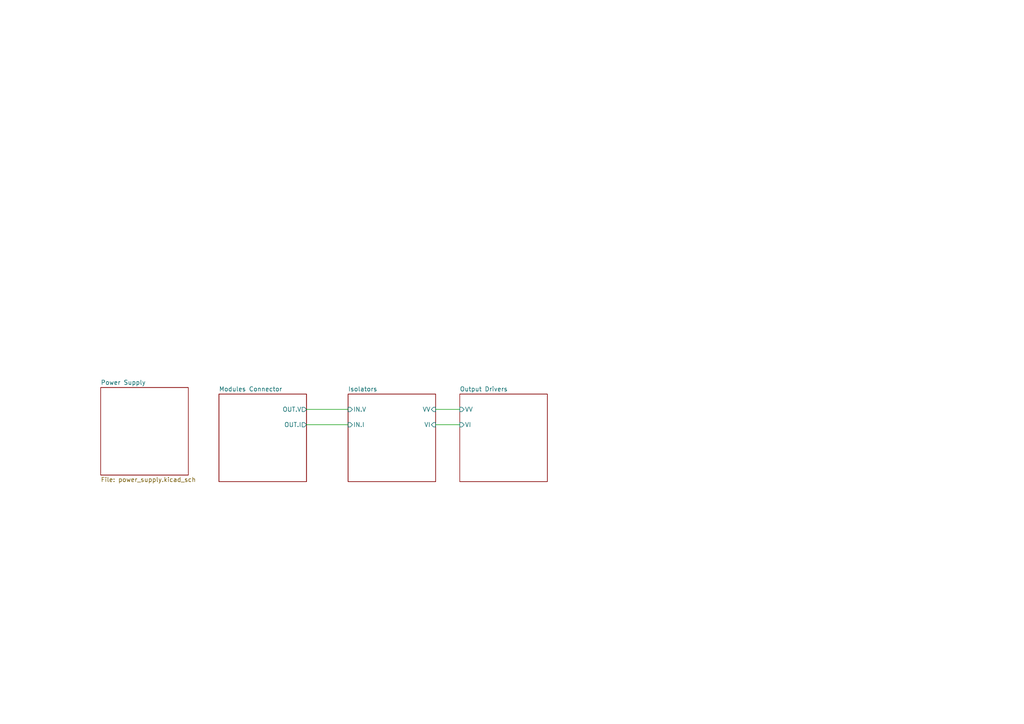
<source format=kicad_sch>
(kicad_sch
	(version 20231120)
	(generator "eeschema")
	(generator_version "8.0")
	(uuid "d77300f0-a82f-4cf4-a361-683d61137a17")
	(paper "A4")
	(lib_symbols)
	(wire
		(pts
			(xy 126.365 118.745) (xy 133.35 118.745)
		)
		(stroke
			(width 0)
			(type default)
		)
		(uuid "4e894bda-fa9c-4696-9caa-2a7e17b7bdc6")
	)
	(wire
		(pts
			(xy 126.365 123.19) (xy 133.35 123.19)
		)
		(stroke
			(width 0)
			(type default)
		)
		(uuid "52c4f08f-7824-4316-9682-7c8ca53524a2")
	)
	(wire
		(pts
			(xy 88.9 118.745) (xy 100.965 118.745)
		)
		(stroke
			(width 0)
			(type default)
		)
		(uuid "8135bf46-8ea8-4887-8ac4-53f3e58b95dd")
	)
	(wire
		(pts
			(xy 88.9 123.19) (xy 100.965 123.19)
		)
		(stroke
			(width 0)
			(type default)
		)
		(uuid "a7ada383-4b94-4fd4-9254-ab7e8e06ed25")
	)
	(sheet
		(at 29.21 112.395)
		(size 25.4 25.4)
		(fields_autoplaced yes)
		(stroke
			(width 0.1524)
			(type solid)
		)
		(fill
			(color 0 0 0 0.0000)
		)
		(uuid "1a764951-95b6-4a45-9cef-5c8073729572")
		(property "Sheetname" "Power Supply"
			(at 29.21 111.6834 0)
			(effects
				(font
					(size 1.27 1.27)
				)
				(justify left bottom)
			)
		)
		(property "Sheetfile" "power_supply.kicad_sch"
			(at 29.21 138.3796 0)
			(effects
				(font
					(size 1.27 1.27)
				)
				(justify left top)
			)
		)
		(instances
			(project "lineScope"
				(path "/d77300f0-a82f-4cf4-a361-683d61137a17"
					(page "4")
				)
			)
		)
	)
	(sheet
		(at 100.965 114.3)
		(size 25.4 25.4)
		(fields_autoplaced yes)
		(stroke
			(width 0.1524)
			(type solid)
		)
		(fill
			(color 0 0 0 0.0000)
		)
		(uuid "59725808-8226-4c35-ab92-20b7bfbb9165")
		(property "Sheetname" "Isolators"
			(at 100.965 113.5884 0)
			(effects
				(font
					(size 1.27 1.27)
				)
				(justify left bottom)
			)
		)
		(property "Sheetfile" "isolators.kicad_sch"
			(at 100.965 140.2846 0)
			(effects
				(font
					(size 1.27 1.27)
				)
				(justify left top)
				(hide yes)
			)
		)
		(pin "IN.V" input
			(at 100.965 118.745 180)
			(effects
				(font
					(size 1.27 1.27)
				)
				(justify left)
			)
			(uuid "04e72a7c-079d-415d-b9ff-cb9a99dd731d")
		)
		(pin "IN.I" input
			(at 100.965 123.19 180)
			(effects
				(font
					(size 1.27 1.27)
				)
				(justify left)
			)
			(uuid "6b72dff6-69af-4385-a25a-ae01bc1674fa")
		)
		(pin "VI" input
			(at 126.365 123.19 0)
			(effects
				(font
					(size 1.27 1.27)
				)
				(justify right)
			)
			(uuid "bce6c90f-7594-4097-b0c2-144890aaccde")
		)
		(pin "VV" input
			(at 126.365 118.745 0)
			(effects
				(font
					(size 1.27 1.27)
				)
				(justify right)
			)
			(uuid "4fad79b9-fb07-424e-bd83-c7aa7b3e862e")
		)
		(instances
			(project "lineScope"
				(path "/d77300f0-a82f-4cf4-a361-683d61137a17"
					(page "2")
				)
			)
		)
	)
	(sheet
		(at 63.5 114.3)
		(size 25.4 25.4)
		(fields_autoplaced yes)
		(stroke
			(width 0.1524)
			(type solid)
		)
		(fill
			(color 0 0 0 0.0000)
		)
		(uuid "e48c8b19-1eeb-4a2f-a9db-759934288041")
		(property "Sheetname" "Modules Connector"
			(at 63.5 113.5884 0)
			(effects
				(font
					(size 1.27 1.27)
				)
				(justify left bottom)
			)
		)
		(property "Sheetfile" "modules_connector.kicad_sch"
			(at 63.5 140.2846 0)
			(effects
				(font
					(size 1.27 1.27)
				)
				(justify left top)
				(hide yes)
			)
		)
		(pin "OUT.V" output
			(at 88.9 118.745 0)
			(effects
				(font
					(size 1.27 1.27)
				)
				(justify right)
			)
			(uuid "a62bc4f6-a3aa-458c-a0ce-108961cd313a")
		)
		(pin "OUT.I" output
			(at 88.9 123.19 0)
			(effects
				(font
					(size 1.27 1.27)
				)
				(justify right)
			)
			(uuid "ba18fddf-60e6-4ace-b4b8-b27886ea4f03")
		)
		(instances
			(project "lineScope"
				(path "/d77300f0-a82f-4cf4-a361-683d61137a17"
					(page "1")
				)
			)
		)
	)
	(sheet
		(at 133.35 114.3)
		(size 25.4 25.4)
		(fields_autoplaced yes)
		(stroke
			(width 0.1524)
			(type solid)
		)
		(fill
			(color 0 0 0 0.0000)
		)
		(uuid "f27e53d0-3f04-4df7-be5a-1a652b5f6d88")
		(property "Sheetname" "Output Drivers"
			(at 133.35 113.5884 0)
			(effects
				(font
					(size 1.27 1.27)
				)
				(justify left bottom)
			)
		)
		(property "Sheetfile" "drivers.kicad_sch"
			(at 133.35 140.2846 0)
			(effects
				(font
					(size 1.27 1.27)
				)
				(justify left top)
				(hide yes)
			)
		)
		(pin "VV" input
			(at 133.35 118.745 180)
			(effects
				(font
					(size 1.27 1.27)
				)
				(justify left)
			)
			(uuid "6a52bb1b-085a-4737-bc61-88ff78bf0a6e")
		)
		(pin "VI" input
			(at 133.35 123.19 180)
			(effects
				(font
					(size 1.27 1.27)
				)
				(justify left)
			)
			(uuid "7557928e-dad7-4d07-8947-7024e8b1d772")
		)
		(instances
			(project "lineScope"
				(path "/d77300f0-a82f-4cf4-a361-683d61137a17"
					(page "3")
				)
			)
		)
	)
	(sheet_instances
		(path "/"
			(page "1")
		)
	)
)
</source>
